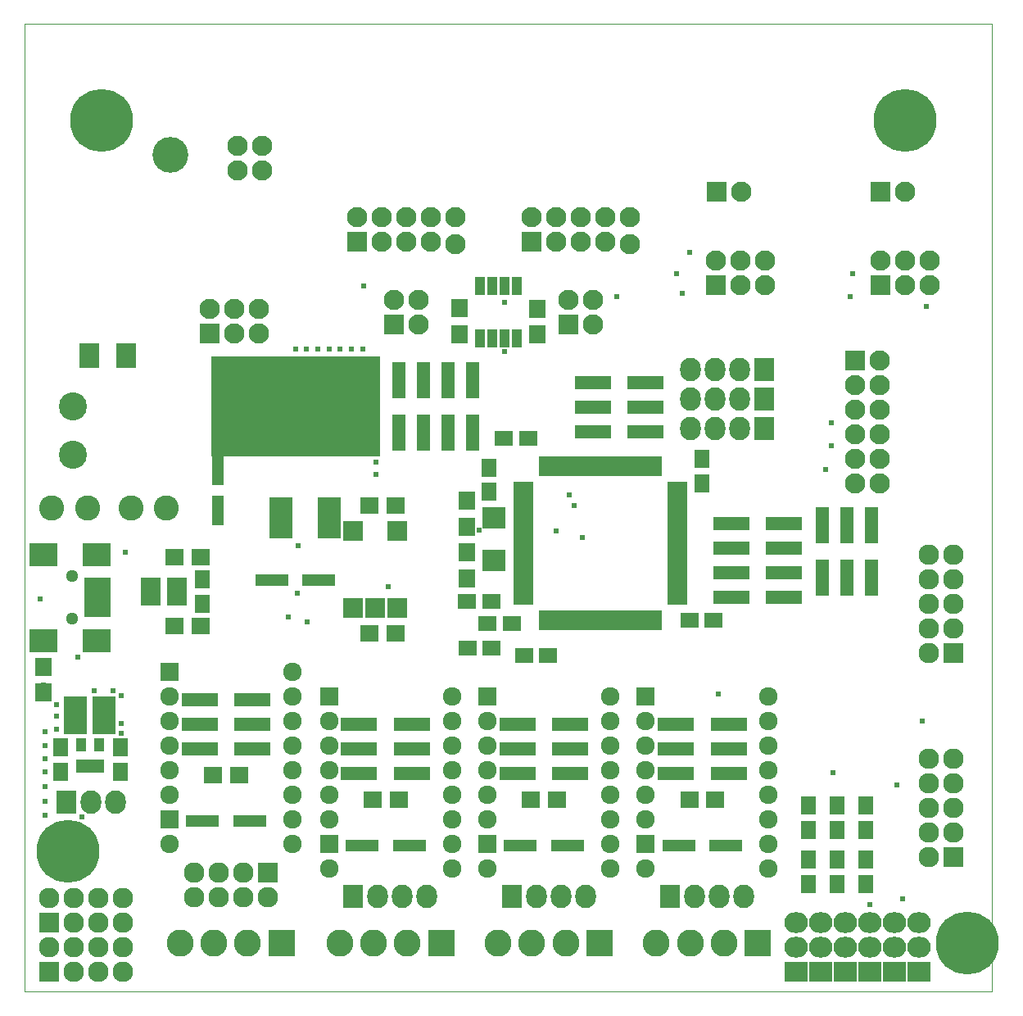
<source format=gts>
%TF.GenerationSoftware,KiCad,Pcbnew,4.0.2-stable*%
%TF.CreationDate,2016-05-16T20:32:23+02:00*%
%TF.ProjectId,ReST,526553542E6B696361645F7063620000,Rev. A*%
%TF.FileFunction,Soldermask,Top*%
%FSLAX46Y46*%
G04 Gerber Fmt 4.6, Leading zero omitted, Abs format (unit mm)*
G04 Created by KiCad (PCBNEW 4.0.2-stable) date 16.05.2016 20:32:23*
%MOMM*%
G01*
G04 APERTURE LIST*
%ADD10C,0.100000*%
%ADD11C,0.010000*%
%ADD12C,0.602000*%
%ADD13C,6.500000*%
%ADD14R,3.498800X1.299160*%
%ADD15R,2.100000X2.100000*%
%ADD16C,2.100000*%
%ADD17C,2.900000*%
%ADD18R,2.127200X2.127200*%
%ADD19O,2.127200X2.127200*%
%ADD20R,2.000000X0.699720*%
%ADD21R,2.030000X0.699720*%
%ADD22R,0.699720X2.000000*%
%ADD23R,2.127200X2.432000*%
%ADD24O,2.127200X2.432000*%
%ADD25R,2.000000X1.050000*%
%ADD26R,2.400000X2.200000*%
%ADD27R,1.900000X1.700000*%
%ADD28R,1.900000X1.650000*%
%ADD29R,1.650000X1.900000*%
%ADD30R,1.299160X3.100020*%
%ADD31R,1.700000X1.900000*%
%ADD32R,2.000200X2.599640*%
%ADD33C,2.600000*%
%ADD34R,1.000000X1.950000*%
%ADD35R,2.432000X2.127200*%
%ADD36O,2.432000X2.127200*%
%ADD37R,2.701240X0.900380*%
%ADD38R,2.899360X2.398980*%
%ADD39C,1.299160*%
%ADD40C,2.800000*%
%ADD41R,2.800000X2.800000*%
%ADD42R,1.924000X1.924000*%
%ADD43C,1.924000*%
%ADD44R,3.850000X1.420000*%
%ADD45R,2.400000X3.900000*%
%ADD46R,1.050000X1.460000*%
%ADD47R,1.420000X3.850000*%
%ADD48R,2.000000X2.000000*%
%ADD49C,3.700000*%
%ADD50R,2.398980X4.199840*%
%ADD51R,17.400000X10.400000*%
G04 APERTURE END LIST*
D10*
D11*
X104450000Y-60450000D02*
X104450000Y-160450000D01*
X204450000Y-60450000D02*
X104450000Y-60450000D01*
X204450000Y-160450000D02*
X204450000Y-60450000D01*
X104450000Y-160450000D02*
X204450000Y-160450000D01*
D12*
X151450000Y-112750000D03*
X142050000Y-118600000D03*
X133700000Y-122250000D03*
X131750000Y-121750000D03*
X132650000Y-119250000D03*
X132750000Y-114350000D03*
X140250000Y-95050000D03*
X140750000Y-106950000D03*
X140750000Y-105760000D03*
X140750000Y-104570000D03*
X140750000Y-103380000D03*
X140750000Y-102190000D03*
X140750000Y-101000000D03*
X140750000Y-99810000D03*
X140750000Y-98620000D03*
X140750000Y-97430000D03*
X140750000Y-96240000D03*
X139410000Y-94050000D03*
X138250000Y-94050000D03*
X137090000Y-94050000D03*
X135930000Y-94050000D03*
X134770000Y-94050000D03*
X133610000Y-94050000D03*
X132450000Y-94050000D03*
X136770000Y-104310000D03*
X135610000Y-104310000D03*
X134450000Y-104310000D03*
X133290000Y-104310000D03*
X132130000Y-104310000D03*
X130970000Y-104310000D03*
X129810000Y-104310000D03*
X128650000Y-104310000D03*
X136770000Y-103120000D03*
X135610000Y-103120000D03*
X134450000Y-103120000D03*
X133290000Y-103120000D03*
X132130000Y-103120000D03*
X130970000Y-103120000D03*
X129810000Y-103120000D03*
X128650000Y-103120000D03*
X136770000Y-101930000D03*
X135610000Y-101930000D03*
X134450000Y-101930000D03*
X133290000Y-101930000D03*
X132130000Y-101930000D03*
X130970000Y-101930000D03*
X129810000Y-101930000D03*
X128650000Y-101930000D03*
X136770000Y-100740000D03*
X135610000Y-100740000D03*
X134450000Y-100740000D03*
X133290000Y-100740000D03*
X132130000Y-100740000D03*
X130970000Y-100740000D03*
X129810000Y-100740000D03*
X128650000Y-100740000D03*
X136770000Y-99550000D03*
X135610000Y-99550000D03*
X134450000Y-99550000D03*
X133290000Y-99550000D03*
X132130000Y-99550000D03*
X130970000Y-99550000D03*
X129810000Y-99550000D03*
X128650000Y-99550000D03*
X110350000Y-142350000D03*
X113850000Y-137650000D03*
X106550000Y-142250000D03*
X106550000Y-140750000D03*
X106550000Y-139250000D03*
X106550000Y-137750000D03*
X106550000Y-136350000D03*
X106550000Y-135050000D03*
X106550000Y-133550000D03*
X107750000Y-133350000D03*
X107750000Y-131950000D03*
X107750000Y-130750000D03*
X106450000Y-128750000D03*
X111650000Y-129350000D03*
X114450000Y-132750000D03*
X114450000Y-133750000D03*
X114450000Y-129850000D03*
X154100000Y-94250000D03*
X160750000Y-109150000D03*
X161250000Y-110250000D03*
X162150000Y-113550000D03*
X176150000Y-129650000D03*
X139500000Y-87500000D03*
X154100000Y-89250000D03*
X165650000Y-88650000D03*
X172450000Y-88250000D03*
X173250000Y-84050000D03*
X197650000Y-89650000D03*
X189850000Y-88650000D03*
X190050000Y-86250000D03*
X171850000Y-86250000D03*
X187850000Y-101650000D03*
X187850000Y-104050000D03*
X187250000Y-106450000D03*
X191850000Y-151450000D03*
X195250000Y-150850000D03*
X194650000Y-139050000D03*
X188050000Y-137850000D03*
X197250000Y-132450000D03*
X109950000Y-125850000D03*
X113650000Y-129350000D03*
X106050000Y-119850000D03*
X114850000Y-115050000D03*
D13*
X108950000Y-145950000D03*
X201950000Y-155450000D03*
X195450000Y-70450000D03*
D14*
X139323900Y-145325000D03*
X144226100Y-145325000D03*
D15*
X142680000Y-91470000D03*
D16*
X142680000Y-88930000D03*
X145220000Y-91470000D03*
X145220000Y-88930000D03*
D15*
X138870000Y-82970000D03*
D16*
X138870000Y-80430000D03*
X141410000Y-82970000D03*
X141410000Y-80430000D03*
X143950000Y-82970000D03*
X143950000Y-80430000D03*
X146490000Y-82970000D03*
X146490000Y-80430000D03*
X149030000Y-83224000D03*
X149030000Y-80430000D03*
D15*
X175910000Y-87420000D03*
D16*
X175910000Y-84880000D03*
X178450000Y-87420000D03*
X178450000Y-84880000D03*
X180990000Y-87420000D03*
X180990000Y-84880000D03*
D15*
X175980000Y-77750000D03*
D16*
X178520000Y-77750000D03*
D17*
X109450000Y-99950000D03*
X109450000Y-104950000D03*
D18*
X200450000Y-146490000D03*
D19*
X197910000Y-146490000D03*
X200450000Y-143950000D03*
X197910000Y-143950000D03*
X200450000Y-141410000D03*
X197910000Y-141410000D03*
X200450000Y-138870000D03*
X197910000Y-138870000D03*
X200450000Y-136330000D03*
X197910000Y-136330000D03*
D20*
X156010046Y-108118054D03*
X156010046Y-108618434D03*
X156010046Y-109116274D03*
X156010046Y-109616654D03*
X156010046Y-110117034D03*
X156010046Y-110617414D03*
X156010046Y-111117794D03*
X156010046Y-111618174D03*
X156010046Y-112118554D03*
X156010046Y-112616394D03*
X156010046Y-113116774D03*
X156010046Y-113617154D03*
X156010046Y-114117534D03*
X156010046Y-114617914D03*
X156010046Y-115118294D03*
X156010046Y-115618674D03*
X156010046Y-116116514D03*
X156010046Y-116616894D03*
X156010046Y-117117274D03*
X156010046Y-117617654D03*
X156010046Y-118118034D03*
X156010046Y-118618414D03*
D21*
X156010046Y-119118794D03*
D20*
X156010046Y-119616634D03*
X156010046Y-120117014D03*
D22*
X157960566Y-122067534D03*
X158460946Y-122067534D03*
X158958786Y-122067534D03*
X159459166Y-122067534D03*
X159959546Y-122067534D03*
X160459926Y-122067534D03*
X160960306Y-122067534D03*
X161460686Y-122067534D03*
X161961066Y-122067534D03*
X162458906Y-122067534D03*
X162959286Y-122067534D03*
X163459666Y-122067534D03*
X163960046Y-122067534D03*
X164460426Y-122067534D03*
X164960806Y-122067534D03*
X165461186Y-122067534D03*
X165959026Y-122067534D03*
X166459406Y-122067534D03*
X166959786Y-122067534D03*
X167460166Y-122067534D03*
X167960546Y-122067534D03*
X168460926Y-122067534D03*
X168961306Y-122067534D03*
X169459146Y-122067534D03*
X169959526Y-122067534D03*
D20*
X171910046Y-120117014D03*
X171910046Y-119616634D03*
X171910046Y-119118794D03*
X171910046Y-118618414D03*
X171910046Y-118118034D03*
X171910046Y-117617654D03*
X171910046Y-117117274D03*
X171910046Y-116616894D03*
X171910046Y-116116514D03*
X171910046Y-115618674D03*
X171910046Y-115118294D03*
X171910046Y-114617914D03*
X171910046Y-114117534D03*
X171910046Y-113617154D03*
X171910046Y-113116774D03*
X171910046Y-112616394D03*
X171910046Y-112118554D03*
X171910046Y-111618174D03*
X171910046Y-111117794D03*
X171910046Y-110617414D03*
X171910046Y-110117034D03*
X171910046Y-109616654D03*
X171910046Y-109116274D03*
X171910046Y-108618434D03*
X171910046Y-108118054D03*
D22*
X169959526Y-106167534D03*
X169459146Y-106167534D03*
X168961306Y-106167534D03*
X168460926Y-106167534D03*
X167960546Y-106167534D03*
X167460166Y-106167534D03*
X166959786Y-106167534D03*
X166459406Y-106167534D03*
X165959026Y-106167534D03*
X165461186Y-106167534D03*
X164960806Y-106167534D03*
X164460426Y-106167534D03*
X163960046Y-106167534D03*
X163459666Y-106167534D03*
X162959286Y-106167534D03*
X162458906Y-106167534D03*
X161961066Y-106167534D03*
X161460686Y-106167534D03*
X160960306Y-106167534D03*
X160459926Y-106167534D03*
X159959546Y-106167534D03*
X159459166Y-106167534D03*
X158958786Y-106167534D03*
X158460946Y-106167534D03*
X157960566Y-106167534D03*
D23*
X180904000Y-96188000D03*
D24*
X178364000Y-96188000D03*
X175824000Y-96188000D03*
X173284000Y-96188000D03*
D25*
X120225000Y-119100000D03*
X120225000Y-118150000D03*
X120225000Y-120050000D03*
X117525000Y-119100000D03*
X117525000Y-118150000D03*
X117525000Y-120050000D03*
D26*
X152950000Y-115850000D03*
X152950000Y-111450000D03*
D27*
X140100000Y-123450000D03*
X142800000Y-123450000D03*
X142800000Y-110200000D03*
X140100000Y-110200000D03*
D28*
X158579391Y-125716493D03*
X156079391Y-125716493D03*
X173200000Y-122050000D03*
X175700000Y-122050000D03*
D29*
X152504391Y-108800000D03*
X152504391Y-106300000D03*
D28*
X156500000Y-103250000D03*
X154000000Y-103250000D03*
D29*
X174504391Y-105400000D03*
X174504391Y-107900000D03*
D28*
X152710046Y-120117534D03*
X150210046Y-120117534D03*
X152754391Y-124916493D03*
X150254391Y-124916493D03*
D30*
X124450000Y-110699780D03*
X124450000Y-106600220D03*
D14*
X134901100Y-117950000D03*
X129998900Y-117950000D03*
D29*
X108181010Y-135207736D03*
X108181010Y-137707736D03*
X114381010Y-137707736D03*
X114381010Y-135207736D03*
X191450000Y-141200000D03*
X191450000Y-143700000D03*
X185450000Y-141200000D03*
X185450000Y-143700000D03*
X188450000Y-149300000D03*
X188450000Y-146800000D03*
X188450000Y-141200000D03*
X188450000Y-143700000D03*
X191450000Y-149300000D03*
X191450000Y-146800000D03*
X185450000Y-149300000D03*
X185450000Y-146800000D03*
D14*
X172073900Y-145325000D03*
X176976100Y-145325000D03*
X122823900Y-142800000D03*
X127726100Y-142800000D03*
X155698900Y-145325000D03*
X160601100Y-145325000D03*
D31*
X150204391Y-109716493D03*
X150204391Y-112416493D03*
X150210046Y-115017534D03*
X150210046Y-117717534D03*
D32*
X111150080Y-94750000D03*
X114949920Y-94750000D03*
D33*
X110950000Y-110450000D03*
X107250000Y-110450000D03*
X115450000Y-110450000D03*
X119150000Y-110450000D03*
D34*
X155355000Y-87500000D03*
X154085000Y-87500000D03*
X152815000Y-87500000D03*
X151545000Y-87500000D03*
X151545000Y-92900000D03*
X152815000Y-92900000D03*
X154085000Y-92900000D03*
X155355000Y-92900000D03*
D28*
X154804391Y-122366493D03*
X152304391Y-122366493D03*
D35*
X196954870Y-158368830D03*
D36*
X196954870Y-155828830D03*
X196954870Y-153288830D03*
D35*
X191874870Y-158368830D03*
D36*
X191874870Y-155828830D03*
X191874870Y-153288830D03*
D35*
X194414870Y-158368830D03*
D36*
X194414870Y-155828830D03*
X194414870Y-153288830D03*
D35*
X189334870Y-158368830D03*
D36*
X189334870Y-155828830D03*
X189334870Y-153288830D03*
D37*
X111999320Y-118099800D03*
X111999320Y-118899900D03*
X111999320Y-119700000D03*
X111999320Y-120500100D03*
X111999320Y-121300200D03*
D38*
X111900260Y-115249920D03*
X106401160Y-115249920D03*
X111900260Y-124150080D03*
X106401160Y-124150080D03*
D39*
X109400900Y-117500360D03*
X109400900Y-121899640D03*
D23*
X180904000Y-102284000D03*
D24*
X178364000Y-102284000D03*
X175824000Y-102284000D03*
X173284000Y-102284000D03*
D18*
X106990000Y-153330000D03*
D19*
X106990000Y-150790000D03*
X109530000Y-153330000D03*
X109530000Y-150790000D03*
X112070000Y-153330000D03*
X112070000Y-150790000D03*
X114610000Y-153330000D03*
X114610000Y-150790000D03*
D23*
X180904000Y-99236000D03*
D24*
X178364000Y-99236000D03*
X175824000Y-99236000D03*
X173284000Y-99236000D03*
D18*
X106990000Y-158410000D03*
D19*
X106990000Y-155870000D03*
X109530000Y-158410000D03*
X109530000Y-155870000D03*
X112070000Y-158410000D03*
X112070000Y-155870000D03*
X114610000Y-158410000D03*
X114610000Y-155870000D03*
D35*
X186794870Y-158368830D03*
D36*
X186794870Y-155828830D03*
X186794870Y-153288830D03*
D35*
X184254870Y-158368830D03*
D36*
X184254870Y-155828830D03*
X184254870Y-153288830D03*
D40*
X127525000Y-155425000D03*
D41*
X131025000Y-155425000D03*
D40*
X124025000Y-155425000D03*
X120525000Y-155425000D03*
X176775000Y-155425000D03*
D41*
X180275000Y-155425000D03*
D40*
X173275000Y-155425000D03*
X169775000Y-155425000D03*
X144025000Y-155425000D03*
D41*
X147525000Y-155425000D03*
D40*
X140525000Y-155425000D03*
X137025000Y-155425000D03*
X160400000Y-155425000D03*
D41*
X163900000Y-155425000D03*
D40*
X156900000Y-155425000D03*
X153400000Y-155425000D03*
D18*
X129600000Y-148100000D03*
D19*
X129600000Y-150640000D03*
X127060000Y-148100000D03*
X127060000Y-150640000D03*
X124520000Y-148100000D03*
X124520000Y-150640000D03*
X121980000Y-148100000D03*
X121980000Y-150640000D03*
D23*
X171200000Y-150625000D03*
D24*
X173740000Y-150625000D03*
X176280000Y-150625000D03*
X178820000Y-150625000D03*
D23*
X138450000Y-150625000D03*
D24*
X140990000Y-150625000D03*
X143530000Y-150625000D03*
X146070000Y-150625000D03*
D23*
X154825000Y-150625000D03*
D24*
X157365000Y-150625000D03*
X159905000Y-150625000D03*
X162445000Y-150625000D03*
D31*
X106450000Y-129550000D03*
X106450000Y-126850000D03*
D27*
X175875000Y-140575000D03*
X173175000Y-140575000D03*
X143125000Y-140575000D03*
X140425000Y-140575000D03*
X159500000Y-140575000D03*
X156800000Y-140575000D03*
X126650000Y-138050000D03*
X123950000Y-138050000D03*
D31*
X149450000Y-92500000D03*
X149450000Y-89800000D03*
X157450000Y-92550000D03*
X157450000Y-89850000D03*
D42*
X168675000Y-129935000D03*
D43*
X168675000Y-132475000D03*
X168675000Y-135015000D03*
X168675000Y-137555000D03*
X168675000Y-140095000D03*
X168675000Y-142635000D03*
D42*
X168675000Y-145175000D03*
D43*
X168675000Y-147715000D03*
X181375000Y-147715000D03*
X181375000Y-145175000D03*
X181375000Y-142635000D03*
X181375000Y-140095000D03*
X181375000Y-137555000D03*
X181375000Y-135015000D03*
X181375000Y-132475000D03*
X181375000Y-129935000D03*
D42*
X135925000Y-129935000D03*
D43*
X135925000Y-132475000D03*
X135925000Y-135015000D03*
X135925000Y-137555000D03*
X135925000Y-140095000D03*
X135925000Y-142635000D03*
D42*
X135925000Y-145175000D03*
D43*
X135925000Y-147715000D03*
X148625000Y-147715000D03*
X148625000Y-145175000D03*
X148625000Y-142635000D03*
X148625000Y-140095000D03*
X148625000Y-137555000D03*
X148625000Y-135015000D03*
X148625000Y-132475000D03*
X148625000Y-129935000D03*
D42*
X119425000Y-127410000D03*
D43*
X119425000Y-129950000D03*
X119425000Y-132490000D03*
X119425000Y-135030000D03*
X119425000Y-137570000D03*
X119425000Y-140110000D03*
D42*
X119425000Y-142650000D03*
D43*
X119425000Y-145190000D03*
X132125000Y-145190000D03*
X132125000Y-142650000D03*
X132125000Y-140110000D03*
X132125000Y-137570000D03*
X132125000Y-135030000D03*
X132125000Y-132490000D03*
X132125000Y-129950000D03*
X132125000Y-127410000D03*
D42*
X152300000Y-129935000D03*
D43*
X152300000Y-132475000D03*
X152300000Y-135015000D03*
X152300000Y-137555000D03*
X152300000Y-140095000D03*
X152300000Y-142635000D03*
D42*
X152300000Y-145175000D03*
D43*
X152300000Y-147715000D03*
X165000000Y-147715000D03*
X165000000Y-145175000D03*
X165000000Y-142635000D03*
X165000000Y-140095000D03*
X165000000Y-137555000D03*
X165000000Y-135015000D03*
X165000000Y-132475000D03*
X165000000Y-129935000D03*
D44*
X171800000Y-132785000D03*
X177250000Y-132785000D03*
X177250000Y-137865000D03*
X171800000Y-137865000D03*
X177250000Y-135325000D03*
X171800000Y-135325000D03*
X139050000Y-132785000D03*
X144500000Y-132785000D03*
X144500000Y-137865000D03*
X139050000Y-137865000D03*
X144500000Y-135325000D03*
X139050000Y-135325000D03*
X122550000Y-130260000D03*
X128000000Y-130260000D03*
X128000000Y-135340000D03*
X122550000Y-135340000D03*
X128000000Y-132800000D03*
X122550000Y-132800000D03*
X155425000Y-132785000D03*
X160875000Y-132785000D03*
X160875000Y-137865000D03*
X155425000Y-137865000D03*
X160875000Y-135325000D03*
X155425000Y-135325000D03*
D23*
X108781010Y-140857736D03*
D24*
X111321010Y-140857736D03*
X113861010Y-140857736D03*
D45*
X112681010Y-131857736D03*
X109681010Y-131857736D03*
D46*
X110306010Y-137132736D03*
X111256010Y-137132736D03*
X112206010Y-137132736D03*
X112206010Y-134932736D03*
X110306010Y-134932736D03*
D15*
X192910000Y-87420000D03*
D16*
X192910000Y-84880000D03*
X195450000Y-87420000D03*
X195450000Y-84880000D03*
X197990000Y-87420000D03*
X197990000Y-84880000D03*
D15*
X192980000Y-77750000D03*
D16*
X195520000Y-77750000D03*
D15*
X190280000Y-95200000D03*
D16*
X192820000Y-95200000D03*
X190280000Y-97740000D03*
X192820000Y-97740000D03*
X190280000Y-100280000D03*
X192820000Y-100280000D03*
X190280000Y-102820000D03*
X192820000Y-102820000D03*
X190280000Y-105360000D03*
X192820000Y-105360000D03*
X190280000Y-107900000D03*
X192820000Y-107900000D03*
D15*
X160680000Y-91470000D03*
D16*
X160680000Y-88930000D03*
X163220000Y-91470000D03*
X163220000Y-88930000D03*
D15*
X156870000Y-82970000D03*
D16*
X156870000Y-80430000D03*
X159410000Y-82970000D03*
X159410000Y-80430000D03*
X161950000Y-82970000D03*
X161950000Y-80430000D03*
X164490000Y-82970000D03*
X164490000Y-80430000D03*
X167030000Y-83224000D03*
X167030000Y-80430000D03*
D44*
X168675000Y-102590000D03*
X163225000Y-102590000D03*
X163225000Y-97510000D03*
X168675000Y-97510000D03*
X163225000Y-100050000D03*
X168675000Y-100050000D03*
D18*
X200450000Y-125450000D03*
D19*
X197910000Y-125450000D03*
X200450000Y-122910000D03*
X197910000Y-122910000D03*
X200450000Y-120370000D03*
X197910000Y-120370000D03*
X200450000Y-117830000D03*
X197910000Y-117830000D03*
X200450000Y-115290000D03*
X197910000Y-115290000D03*
D29*
X122850000Y-117850000D03*
X122850000Y-120350000D03*
D27*
X119975000Y-122650000D03*
X122675000Y-122650000D03*
X122675000Y-115550000D03*
X119975000Y-115550000D03*
D47*
X191990000Y-112225000D03*
X191990000Y-117675000D03*
X186910000Y-117675000D03*
X186910000Y-112225000D03*
X189450000Y-117675000D03*
X189450000Y-112225000D03*
X150760000Y-97225000D03*
X150760000Y-102675000D03*
X148220000Y-97225000D03*
X148220000Y-102675000D03*
X143140000Y-102675000D03*
X143140000Y-97225000D03*
X145680000Y-102675000D03*
X145680000Y-97225000D03*
D44*
X182975000Y-119660000D03*
X177525000Y-119660000D03*
X182975000Y-117120000D03*
X177525000Y-117120000D03*
X177525000Y-112040000D03*
X182975000Y-112040000D03*
X177525000Y-114580000D03*
X182975000Y-114580000D03*
D48*
X138450000Y-112800000D03*
X142950000Y-112800000D03*
X138450000Y-120800000D03*
X142950000Y-120800000D03*
X140700000Y-120800000D03*
D13*
X112450000Y-70450000D03*
D12*
X159450000Y-112850000D03*
D15*
X123610000Y-92420000D03*
D16*
X123610000Y-89880000D03*
X126148000Y-92420000D03*
X126148000Y-89880000D03*
X128688000Y-92420000D03*
X128688000Y-89880000D03*
D49*
X119550000Y-73950000D03*
D16*
X129032000Y-73072000D03*
X126492000Y-73072000D03*
X126492000Y-75612000D03*
X129032000Y-75612000D03*
D50*
X130950640Y-111499900D03*
X135949360Y-111499900D03*
D51*
X132450000Y-99950000D03*
M02*

</source>
